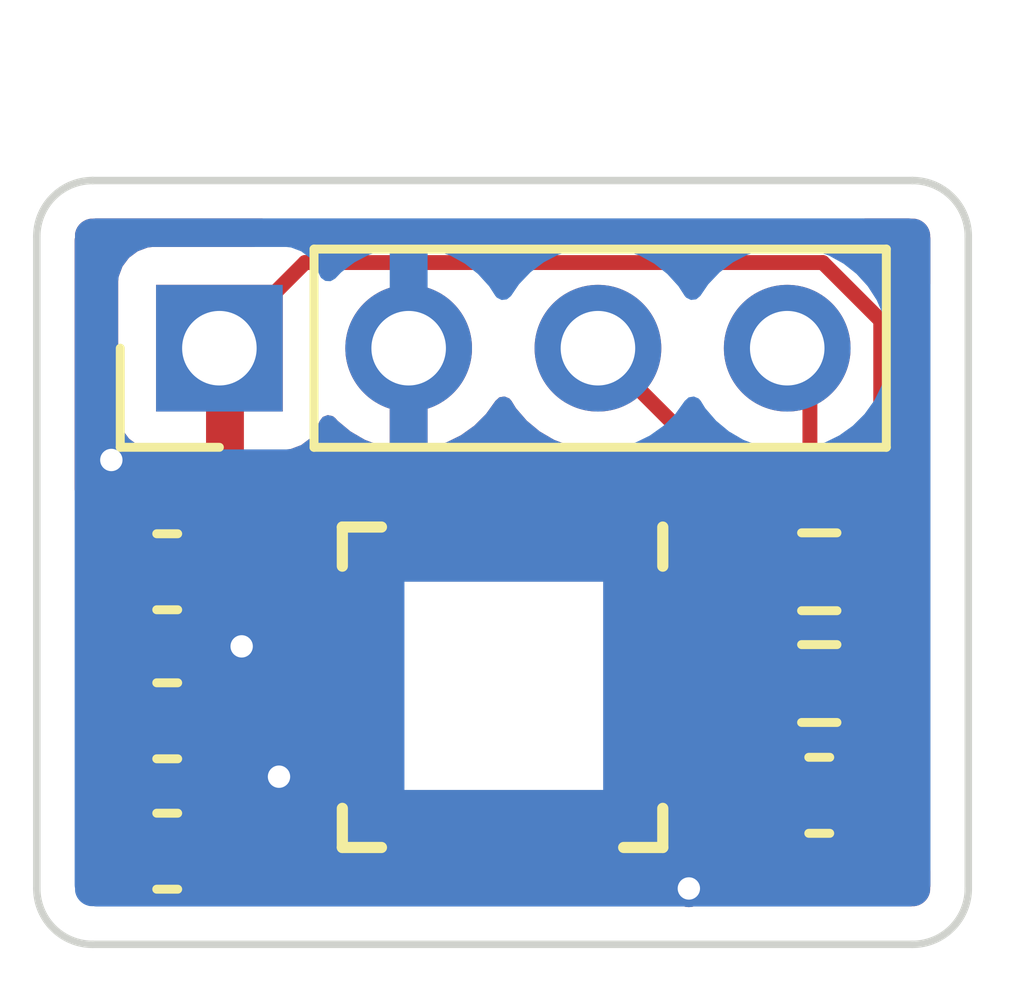
<source format=kicad_pcb>
(kicad_pcb (version 20211014) (generator pcbnew)
  (layers (0 "F.Cu" signal) (31 "B.Cu" signal) (34 "B.Paste" user) (35 "F.Paste" user) (36 "B.SilkS" user "B.Silkscreen") (37 "F.SilkS" user "F.Silkscreen") (38 "B.Mask" user) (39 "F.Mask" user) (44 "Edge.Cuts" user))
  (net 0 "")
  (net 1 "GND")
  (net 2 "+3V3")
  (net 3 "Net-(C3-Pad1)")
  (net 4 "Net-(C4-Pad1)")
  (net 5 "MPU6050_SDA")
  (net 6 "MPU6050_SCL")
  (footprint "Capacitor_SMD:C_0603_1608Metric" (layer "F.Cu") (at 159.25 59.75 180)
    (fp_text reference "C2" hide)
    (fp_text value "0.1u")
    (fp_line (start -0.14058 -0.51) (end 0.14058 -0.51) (layer "F.SilkS") (width 0.12))
    (fp_line (start -0.14058 0.51) (end 0.14058 0.51) (layer "F.SilkS") (width 0.12))
    (pad "1" smd roundrect (at -0.775 0 180) (size 0.9 0.95) (layers "F.Cu" "F.Paste" "F.Mask") (net 2 "+3V3"))
    (pad "2" smd roundrect (at 0.775 0 180) (size 0.9 0.95) (layers "F.Cu" "F.Paste" "F.Mask") (net 1 "GND"))
  )
  (footprint "Resistor_SMD:R_0603_1608Metric" (layer "F.Cu") (at 168 56 180)
    (fp_text reference "R1" hide)
    (fp_text value "4.7k")
    (fp_line (start -0.237258 -0.5225) (end 0.237258 -0.5225) (layer "F.SilkS") (width 0.12))
    (fp_line (start -0.237258 0.5225) (end 0.237258 0.5225) (layer "F.SilkS") (width 0.12))
    (pad "1" smd roundrect (at -0.825 0 180) (size 0.8 0.95) (layers "F.Cu" "F.Paste" "F.Mask") (net 2 "+3V3"))
    (pad "2" smd roundrect (at 0.825 0 180) (size 0.8 0.95) (layers "F.Cu" "F.Paste" "F.Mask") (net 5 "MPU6050_SDA"))
  )
  (footprint "Connector_PinHeader_2.54mm:PinHeader_1x04_P2.54mm_Vertical" (layer "F.Cu") (at 159.95 53 90)
    (fp_text reference "J1" hide)
    (fp_text value "Conn_01x04")
    (fp_line (start -1.33 8.95) (end 1.33 8.95) (layer "F.SilkS") (width 0.12))
    (fp_line (start -1.33 -1.33) (end 0 -1.33) (layer "F.SilkS") (width 0.12))
    (fp_line (start -1.33 1.27) (end 1.33 1.27) (layer "F.SilkS") (width 0.12))
    (fp_line (start -1.33 1.27) (end -1.33 8.95) (layer "F.SilkS") (width 0.12))
    (fp_line (start 1.33 1.27) (end 1.33 8.95) (layer "F.SilkS") (width 0.12))
    (fp_line (start -1.33 0) (end -1.33 -1.33) (layer "F.SilkS") (width 0.12))
    (pad "1" thru_hole rect (at 0 0 90) (size 1.7 1.7) (drill 1) (layers *.Cu *.Mask) (net 2 "+3V3"))
    (pad "2" thru_hole oval (at 0 2.54 90) (size 1.7 1.7) (drill 1) (layers *.Cu *.Mask) (net 1 "GND"))
    (pad "3" thru_hole oval (at 0 5.08 90) (size 1.7 1.7) (drill 1) (layers *.Cu *.Mask) (net 5 "MPU6050_SDA"))
    (pad "4" thru_hole oval (at 0 7.62 90) (size 1.7 1.7) (drill 1) (layers *.Cu *.Mask) (net 6 "MPU6050_SCL"))
  )
  (footprint "Capacitor_SMD:C_0603_1608Metric" (layer "F.Cu") (at 168 59)
    (fp_text reference "C4" hide)
    (fp_text value "2.2n")
    (fp_line (start -0.14058 -0.51) (end 0.14058 -0.51) (layer "F.SilkS") (width 0.12))
    (fp_line (start -0.14058 0.51) (end 0.14058 0.51) (layer "F.SilkS") (width 0.12))
    (pad "1" smd roundrect (at -0.775 0) (size 0.9 0.95) (layers "F.Cu" "F.Paste" "F.Mask") (net 4 "Net-(C4-Pad1)"))
    (pad "2" smd roundrect (at 0.775 0) (size 0.9 0.95) (layers "F.Cu" "F.Paste" "F.Mask") (net 1 "GND"))
  )
  (footprint "Capacitor_SMD:C_0603_1608Metric" (layer "F.Cu") (at 159.25 56)
    (fp_text reference "C1" hide)
    (fp_text value "0.01u")
    (fp_line (start -0.14058 0.51) (end 0.14058 0.51) (layer "F.SilkS") (width 0.12))
    (fp_line (start -0.14058 -0.51) (end 0.14058 -0.51) (layer "F.SilkS") (width 0.12))
    (pad "1" smd roundrect (at -0.775 0) (size 0.9 0.95) (layers "F.Cu" "F.Paste" "F.Mask") (net 1 "GND"))
    (pad "2" smd roundrect (at 0.775 0) (size 0.9 0.95) (layers "F.Cu" "F.Paste" "F.Mask") (net 2 "+3V3"))
  )
  (footprint "Sensor_Motion:InvenSense_QFN-24_4x4mm_P0.5mm" (layer "F.Cu") (at 163.75 57.55 -90)
    (fp_text reference "U1" hide)
    (fp_text value "MPU-6050")
    (fp_line (start 2.15 2.15) (end 2.15 1.625) (layer "F.SilkS") (width 0.15))
    (fp_line (start -2.15 2.15) (end -1.625 2.15) (layer "F.SilkS") (width 0.15))
    (fp_line (start 2.15 -2.15) (end 1.625 -2.15) (layer "F.SilkS") (width 0.15))
    (fp_line (start -2.15 2.15) (end -2.15 1.625) (layer "F.SilkS") (width 0.15))
    (fp_line (start 2.15 2.15) (end 1.625 2.15) (layer "F.SilkS") (width 0.15))
    (fp_line (start 2.15 -2.15) (end 2.15 -1.625) (layer "F.SilkS") (width 0.15))
    (fp_line (start -2.15 -2.15) (end -1.625 -2.15) (layer "F.SilkS") (width 0.15))
    (pad "1" smd roundrect (at -1.95 -1.25 270) (size 0.85 0.3) (layers "F.Cu" "F.Paste" "F.Mask"))
    (pad "2" smd roundrect (at -1.95 -0.75 270) (size 0.85 0.3) (layers "F.Cu" "F.Paste" "F.Mask"))
    (pad "3" smd roundrect (at -1.95 -0.25 270) (size 0.85 0.3) (layers "F.Cu" "F.Paste" "F.Mask"))
    (pad "4" smd roundrect (at -1.95 0.25 270) (size 0.85 0.3) (layers "F.Cu" "F.Paste" "F.Mask"))
    (pad "5" smd roundrect (at -1.95 0.75 270) (size 0.85 0.3) (layers "F.Cu" "F.Paste" "F.Mask"))
    (pad "6" smd roundrect (at -1.95 1.25 270) (size 0.85 0.3) (layers "F.Cu" "F.Paste" "F.Mask"))
    (pad "7" smd roundrect (at -1.25 1.95) (size 0.85 0.3) (layers "F.Cu" "F.Paste" "F.Mask"))
    (pad "8" smd roundrect (at -0.75 1.95) (size 0.85 0.3) (layers "F.Cu" "F.Paste" "F.Mask") (net 2 "+3V3"))
    (pad "9" smd roundrect (at -0.25 1.95) (size 0.85 0.3) (layers "F.Cu" "F.Paste" "F.Mask") (net 1 "GND"))
    (pad "10" smd roundrect (at 0.25 1.95) (size 0.85 0.3) (layers "F.Cu" "F.Paste" "F.Mask") (net 3 "Net-(C3-Pad1)"))
    (pad "11" smd roundrect (at 0.75 1.95) (size 0.85 0.3) (layers "F.Cu" "F.Paste" "F.Mask") (net 1 "GND"))
    (pad "12" smd roundrect (at 1.25 1.95) (size 0.85 0.3) (layers "F.Cu" "F.Paste" "F.Mask"))
    (pad "13" smd roundrect (at 1.95 1.25 270) (size 0.85 0.3) (layers "F.Cu" "F.Paste" "F.Mask") (net 2 "+3V3"))
    (pad "14" smd roundrect (at 1.95 0.75 270) (size 0.85 0.3) (layers "F.Cu" "F.Paste" "F.Mask"))
    (pad "15" smd roundrect (at 1.95 0.25 270) (size 0.85 0.3) (layers "F.Cu" "F.Paste" "F.Mask"))
    (pad "16" smd roundrect (at 1.95 -0.25 270) (size 0.85 0.3) (layers "F.Cu" "F.Paste" "F.Mask"))
    (pad "17" smd roundrect (at 1.95 -0.75 270) (size 0.85 0.3) (layers "F.Cu" "F.Paste" "F.Mask"))
    (pad "18" smd roundrect (at 1.95 -1.25 270) (size 0.85 0.3) (layers "F.Cu" "F.Paste" "F.Mask") (net 1 "GND"))
    (pad "19" smd roundrect (at 1.25 -1.95) (size 0.85 0.3) (layers "F.Cu" "F.Paste" "F.Mask"))
    (pad "20" smd roundrect (at 0.75 -1.95) (size 0.85 0.3) (layers "F.Cu" "F.Paste" "F.Mask") (net 4 "Net-(C4-Pad1)"))
    (pad "21" smd roundrect (at 0.25 -1.95) (size 0.85 0.3) (layers "F.Cu" "F.Paste" "F.Mask"))
    (pad "22" smd roundrect (at -0.25 -1.95) (size 0.85 0.3) (layers "F.Cu" "F.Paste" "F.Mask"))
    (pad "23" smd roundrect (at -0.75 -1.95) (size 0.85 0.3) (layers "F.Cu" "F.Paste" "F.Mask") (net 6 "MPU6050_SCL"))
    (pad "24" smd roundrect (at -1.25 -1.95) (size 0.85 0.3) (layers "F.Cu" "F.Paste" "F.Mask") (net 5 "MPU6050_SDA"))
  )
  (footprint "Resistor_SMD:R_0603_1608Metric" (layer "F.Cu") (at 168 57.5 180)
    (fp_text reference "R2" hide)
    (fp_text value "4.7k")
    (fp_line (start -0.237258 -0.5225) (end 0.237258 -0.5225) (layer "F.SilkS") (width 0.12))
    (fp_line (start -0.237258 0.5225) (end 0.237258 0.5225) (layer "F.SilkS") (width 0.12))
    (pad "1" smd roundrect (at -0.825 0 180) (size 0.8 0.95) (layers "F.Cu" "F.Paste" "F.Mask") (net 2 "+3V3"))
    (pad "2" smd roundrect (at 0.825 0 180) (size 0.8 0.95) (layers "F.Cu" "F.Paste" "F.Mask") (net 6 "MPU6050_SCL"))
  )
  (footprint "Capacitor_SMD:C_0603_1608Metric" (layer "F.Cu") (at 159.25 58 180)
    (fp_text reference "C3" hide)
    (fp_text value "0.1u")
    (fp_line (start -0.14058 0.51) (end 0.14058 0.51) (layer "F.SilkS") (width 0.12))
    (fp_line (start -0.14058 -0.51) (end 0.14058 -0.51) (layer "F.SilkS") (width 0.12))
    (pad "1" smd roundrect (at -0.775 0 180) (size 0.9 0.95) (layers "F.Cu" "F.Paste" "F.Mask") (net 3 "Net-(C3-Pad1)"))
    (pad "2" smd roundrect (at 0.775 0 180) (size 0.9 0.95) (layers "F.Cu" "F.Paste" "F.Mask") (net 1 "GND"))
  )
  (gr_line (start 158.25 61) (end 169.25 61) (layer "Edge.Cuts") (width 0.1))
  (gr_line (start 170 60.25) (end 170 51.5) (layer "Edge.Cuts") (width 0.1))
  (gr_arc (start 170 60.25) (mid 169.78033 60.78033) (end 169.25 61) (layer "Edge.Cuts") (width 0.1))
  (gr_line (start 157.5 51.5) (end 157.5 60.25) (layer "Edge.Cuts") (width 0.1))
  (gr_arc (start 158.25 61) (mid 157.71967 60.78033) (end 157.5 60.25) (layer "Edge.Cuts") (width 0.1))
  (gr_arc (start 157.5 51.5) (mid 157.71967 50.96967) (end 158.25 50.75) (layer "Edge.Cuts") (width 0.1))
  (gr_arc (start 169.25 50.75) (mid 169.78033 50.96967) (end 170 51.5) (layer "Edge.Cuts") (width 0.1))
  (gr_line (start 169.25 50.75) (end 158.25 50.75) (layer "Edge.Cuts") (width 0.1))
  (segment (start 161.8 58.3) (end 161.2 58.3) (width 0.2) (layer "F.Cu") (net 1))
  (segment (start 165.27452 59.77452) (end 168.00048 59.77452) (width 0.2) (layer "F.Cu") (net 1))
  (segment (start 160.547888 57.3) (end 160.248944 57.001056) (width 0.2) (layer "F.Cu") (net 1))
  (segment (start 161.8 57.3) (end 160.547888 57.3) (width 0.2) (layer "F.Cu") (net 1))
  (segment (start 161.2 58.3) (end 160.75 58.75) (width 0.2) (layer "F.Cu") (net 1))
  (segment (start 165 59.5) (end 165.27452 59.77452) (width 0.2) (layer "F.Cu") (net 1))
  (segment (start 168.00048 59.77452) (end 168.775 59) (width 0.2) (layer "F.Cu") (net 1))
  (via (at 158.5 54.5) (size 0.5) (drill 0.3) (layers "F.Cu" "B.Cu") (net 1))
  (via (at 166.25 60.25) (size 0.5) (drill 0.3) (layers "F.Cu" "B.Cu") (net 1))
  (via (at 160.75 58.75) (size 0.5) (drill 0.3) (layers "F.Cu" "B.Cu") (net 1))
  (via (at 160.248944 57.001056) (size 0.5) (drill 0.3) (layers "F.Cu" "B.Cu") (net 1))
  (segment (start 161.8 56.8) (end 160.825 56.8) (width 0.2) (layer "F.Cu") (net 2))
  (segment (start 168.825 56) (end 168.825 52.629345) (width 0.2) (layer "F.Cu") (net 2))
  (segment (start 161.099511 51.850489) (end 159.95 53) (width 0.2) (layer "F.Cu") (net 2))
  (segment (start 160.825 56.8) (end 160.025 56) (width 0.2) (layer "F.Cu") (net 2))
  (segment (start 162.5 59.5) (end 160.275 59.5) (width 0.2) (layer "F.Cu") (net 2))
  (segment (start 160.025 56) (end 160.025 53.075) (width 0.508) (layer "F.Cu") (net 2))
  (segment (start 159.27548 56.74952) (end 159.27548 59.00048) (width 0.2) (layer "F.Cu") (net 2))
  (segment (start 168.825 57.5) (end 168.825 56) (width 0.2) (layer "F.Cu") (net 2))
  (segment (start 168.046144 51.850489) (end 161.099511 51.850489) (width 0.2) (layer "F.Cu") (net 2))
  (segment (start 168.825 52.629345) (end 168.046144 51.850489) (width 0.2) (layer "F.Cu") (net 2))
  (segment (start 159.27548 59.00048) (end 160.025 59.75) (width 0.2) (layer "F.Cu") (net 2))
  (segment (start 160.025 56) (end 159.27548 56.74952) (width 0.2) (layer "F.Cu") (net 2))
  (segment (start 160.275 59.5) (end 160.025 59.75) (width 0.2) (layer "F.Cu") (net 2))
  (segment (start 160.025 53.075) (end 159.95 53) (width 0.508) (layer "F.Cu") (net 2))
  (segment (start 161.8 57.8) (end 160.225 57.8) (width 0.2) (layer "F.Cu") (net 3))
  (segment (start 160.225 57.8) (end 160.025 58) (width 0.2) (layer "F.Cu") (net 3))
  (segment (start 167.225 59) (end 166.525 58.3) (width 0.2) (layer "F.Cu") (net 4))
  (segment (start 166.525 58.3) (end 165.7 58.3) (width 0.2) (layer "F.Cu") (net 4))
  (segment (start 167.175 56) (end 167.175 55.145) (width 0.2) (layer "F.Cu") (net 5))
  (segment (start 167.175 55.145) (end 165.03 53) (width 0.2) (layer "F.Cu") (net 5))
  (segment (start 166.875 56.3) (end 167.175 56) (width 0.2) (layer "F.Cu") (net 5))
  (segment (start 165.7 56.3) (end 166.875 56.3) (width 0.2) (layer "F.Cu") (net 5))
  (segment (start 165.7 56.8) (end 166.475 56.8) (width 0.2) (layer "F.Cu") (net 6))
  (segment (start 167.87452 53.30452) (end 167.57 53) (width 0.2) (layer "F.Cu") (net 6))
  (segment (start 167.87452 56.80048) (end 167.87452 53.30452) (width 0.2) (layer "F.Cu") (net 6))
  (segment (start 166.475 56.8) (end 167.175 57.5) (width 0.2) (layer "F.Cu") (net 6))
  (segment (start 167.175 57.5) (end 167.87452 56.80048) (width 0.2) (layer "F.Cu") (net 6))
  (zone (net 0) (net_name "") (layers F&B.Cu) (connect_pads (clearance 0)) (min_thickness 0.254)
    (keepout (tracks not_allowed) (vias not_allowed) (pads not_allowed) (copperpour not_allowed) (footprints allowed))
    (fill (thermal_gap 0.508) (thermal_bridge_width 0.508))
    (polygon (pts (xy 165.1 58.928) (xy 162.433 58.928) (xy 162.433 56.134) (xy 165.1 56.134)))
  )
  (zone (net 1) (net_name "GND") (layer "F.Cu") (connect_pads (clearance 0.508)) (min_thickness 0.254) (fill yes (thermal_gap 0.508) (thermal_bridge_width 0.508) (island_removal_mode 1) (island_area_min 0))
    (polygon (pts (xy 170 61) (xy 157.5 61) (xy 157.5 50.75) (xy 170 50.75)))
  )
  (zone (net 1) (net_name "GND") (layer "B.Cu") (connect_pads (clearance 0.508)) (min_thickness 0.254) (fill yes (thermal_gap 0.508) (thermal_bridge_width 0.508) (island_removal_mode 1) (island_area_min 0))
    (polygon (pts (xy 170 61) (xy 157.5 61) (xy 157.5 50.75) (xy 170 50.75)))
  )
)
</source>
